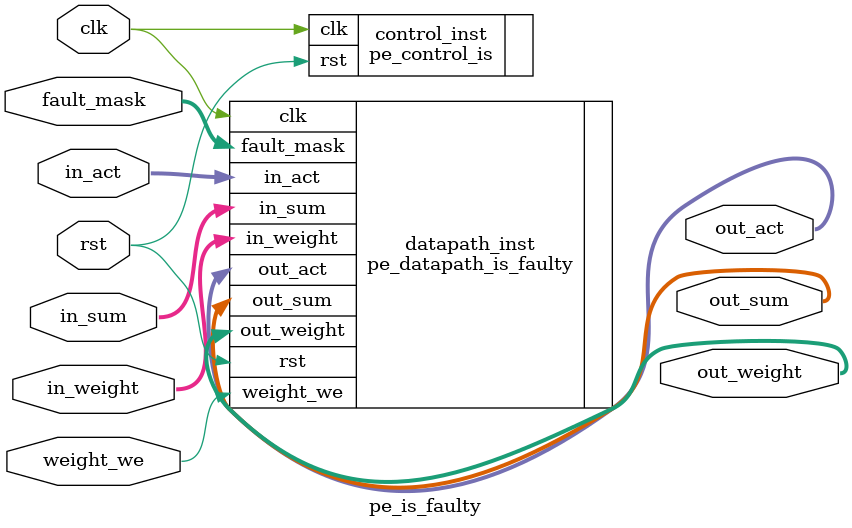
<source format=v>
module pe_is_faulty #(
    parameter D_W = 8,
    parameter FAULT_TARGET = 0, // 0:W, 1:I, 2:P
    parameter ROW = 0,
    parameter COL = 0
)(
    input wire clk,
    input wire rst,
    input wire weight_we, // Now: Input Load Enable
    input wire [D_W-1:0] in_act,    // Stationary Data Load Port
    input wire [D_W-1:0] in_weight, // Streaming Data Port
    input wire [2*D_W-1:0] in_sum,
    output wire [D_W-1:0] out_act,
    output wire [D_W-1:0] out_weight,
    output wire [2*D_W-1:0] out_sum,
    
    // Fault Interface
    input wire [D_W-1:0] fault_mask 
);

    pe_datapath_is_faulty #(
        .D_W(D_W),
        .FAULT_TARGET(FAULT_TARGET),
        .ROW(ROW),
        .COL(COL)
    ) datapath_inst (
        .clk(clk), 
        .rst(rst), 
        .weight_we(weight_we), // Input Load
        .in_act(in_act),       // Stationary Input Load Value
        .in_weight(in_weight), // Streaming Weight
        .in_sum(in_sum), 
        .out_act(out_act), 
        .out_weight(out_weight), 
        .out_sum(out_sum),
        .fault_mask(fault_mask)
    );

    // Reuse control? 
    // pe_control_is is just a passthrough in WS source?
    // Let's check pe_control_is logic. It's empty/simple.
    // For now we assume control is inside datapath or simple.
    // pe_is.v instantiated 'pe_control_is'.
    // We can instantiate pe_control_is here if needed, but Datapath has the main logic.
    
    pe_control_is control_inst (
        .clk(clk),
        .rst(rst)
    );

endmodule

</source>
